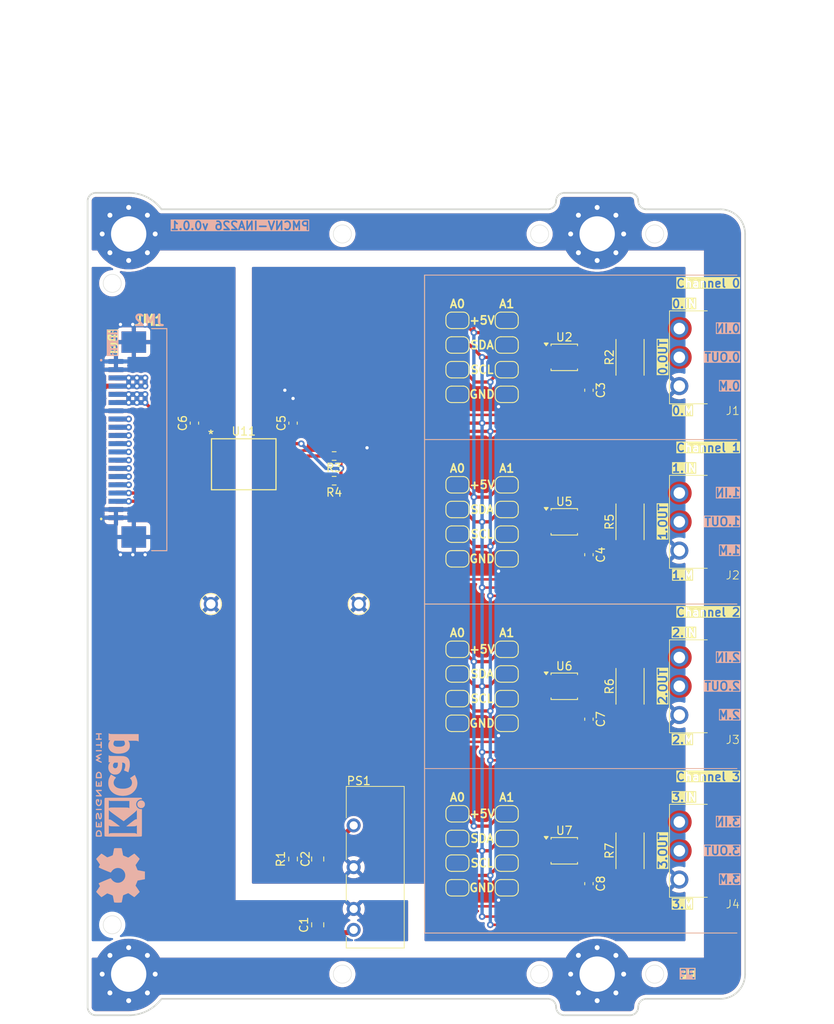
<source format=kicad_pcb>
(kicad_pcb (version 20241229) (generator "pcbnew") (generator_version "9.0")
  (title_block (title "${article} v${version}"))
  (layers (0 "F.Cu" signal) (2 "B.Cu" signal) (13 "F.Paste" user) (15 "B.Paste" user) (5 "F.SilkS" user "F.Silkscreen") (7 "B.SilkS" user "B.Silkscreen") (1 "F.Mask" user) (3 "B.Mask" user) (25 "Edge.Cuts" user))
  (property "article" "PMCNV-INA226")
  (property "version" "0.0.1")
  (net 0 "")
  (net 1 "/CS2_IB")
  (net 2 "/MOSI_IB")
  (net 3 "GND_IB")
  (net 4 "/SDA_IB")
  (net 5 "Net-(JM1-Pin_5)")
  (net 6 "+3.3V_IB")
  (net 7 "/MISO_IB")
  (net 8 "+5V_IB")
  (net 9 "/RST_IB")
  (net 10 "/SCL_IB")
  (net 11 "/CS3_IB")
  (net 12 "/SCK_IB")
  (net 13 "/CS1_IB")
  (net 14 "/CS0_IB")
  (net 16 "GND_CNV")
  (net 17 "+5V_CNV")
  (net 18 "/SCL_CNV")
  (net 19 "Net-(J1-Pin_2)")
  (net 20 "Net-(J1-Pin_3)")
  (net 21 "/SDA_CNV")
  (net 22 "PE")
  (net 23 "Net-(J2-Pin_2)")
  (net 24 "Net-(J2-Pin_3)")
  (net 26 "/CH0_A0")
  (net 27 "/CH0_A1")
  (net 28 "Net-(J3-Pin_3)")
  (net 29 "Net-(J3-Pin_2)")
  (net 30 "/CH1_A0")
  (net 31 "/CH1_A1")
  (net 32 "/CH2_A0")
  (net 33 "/CH2_A1")
  (net 35 "Net-(J4-Pin_2)")
  (net 36 "Net-(J4-Pin_3)")
  (net 37 "/CH3_A0")
  (net 38 "/CH3_A1")
  (footprint "kicad_inventree_lib:PM-ESP32C3_v0.0.5" (layer "F.Cu") (at 25 100)
    (property "Reference" "U1" (hide yes))
    (property "Value" "~" (hide yes))
    (fp_circle (center 3 -39) (end 4.1 -39) (stroke (width 0.05)) (fill no) (layer "Edge.Cuts"))
    (fp_circle (center 3 39) (end 4.1 39) (stroke (width 0.05)) (fill no) (layer "Edge.Cuts"))
    (fp_circle (center 31 -45) (end 32.1 -45) (stroke (width 0.05)) (fill no) (layer "Edge.Cuts"))
    (fp_circle (center 31 45) (end 32.1 45) (stroke (width 0.05)) (fill no) (layer "Edge.Cuts"))
  )
  (footprint "Capacitor_SMD:C_0603_1608Metric" (layer "F.Cu") (at 86 134 -90)
    (property "Reference" "C8")
    (property "Value" "100nF")
  )
  (footprint "kicad_inventree_lib:5117" (layer "F.Cu") (at 58 100)
    (property "Reference" "U4" (hide yes))
    (property "Value" "5117" (hide yes))
  )
  (footprint "Package_SO:VSSOP-10_3x3mm_P0.5mm" (layer "F.Cu") (at 83 130)
    (property "Reference" "U7")
    (property "Value" "INA226")
  )
  (footprint "Capacitor_SMD:C_0603_1608Metric" (layer "F.Cu") (at 86 114 -90)
    (property "Reference" "C7")
    (property "Value" "100nF")
  )
  (footprint "kicad_inventree_lib:SolderJumper-2_P1.3mm_Open_RoundedPad1.0x1.5mm" (layer "F.Cu") (at 76 105.5)
    (property "Reference" "JP21" (hide yes))
    (property "Value" "SolderJumper_2_Open")
  )
  (footprint "Resistor_SMD:R_0603_1608Metric" (layer "F.Cu") (at 55 82 180)
    (property "Reference" "R3")
    (property "Value" "330R")
  )
  (footprint "kicad_inventree_lib:B2405LS-1WR3" (layer "F.Cu") (at 57.375 131.995 90)
    (property "Reference" "PS1")
    (property "Value" "5V/5V")
  )
  (footprint "MountingHole:MountingHole_4.3mm_M4_Pad_Via" (layer "F.Cu") (at 87 55)
    (property "Reference" "H4" (hide yes))
    (property "Value" "M4")
  )
  (footprint "kicad_inventree_lib:15EDGRC-3.5-03P" (layer "F.Cu") (at 97 73.5 90)
    (property "Reference" "J1")
    (property "Value" "15EDGRC-3.5-03P")
  )
  (footprint "kicad_inventree_lib:SolderJumper-2_P1.3mm_Open_RoundedPad1.0x1.5mm" (layer "F.Cu") (at 76 111.5)
    (property "Reference" "JP23" (hide yes))
    (property "Value" "SolderJumper_2_Open")
  )
  (footprint "kicad_inventree_lib:SolderJumper-2_P1.3mm_Open_RoundedPad1.0x1.5mm" (layer "F.Cu") (at 76 131.5)
    (property "Reference" "JP31" (hide yes))
    (property "Value" "SolderJumper_2_Open")
  )
  (footprint "kicad_inventree_lib:SolderJumper-2_P1.3mm_Open_RoundedPad1.0x1.5mm" (layer "F.Cu") (at 70 105.5 180)
    (property "Reference" "JP17" (hide yes))
    (property "Value" "SolderJumper_2_Open")
  )
  (footprint "Package_SO:VSSOP-10_3x3mm_P0.5mm" (layer "F.Cu") (at 83 90)
    (property "Reference" "U5")
    (property "Value" "INA226")
  )
  (footprint "kicad_inventree_lib:SolderJumper-2_P1.3mm_Open_RoundedPad1.0x1.5mm" (layer "F.Cu") (at 76 114.5)
    (property "Reference" "JP24" (hide yes))
    (property "Value" "SolderJumper_2_Open")
  )
  (footprint "kicad_inventree_lib:15EDGRC-3.5-03P" (layer "F.Cu") (at 97 133.5 90)
    (property "Reference" "J4")
    (property "Value" "15EDGRC-3.5-03P")
  )
  (footprint "kicad_inventree_lib:SolderJumper-2_P1.3mm_Open_RoundedPad1.0x1.5mm" (layer "F.Cu") (at 70 114.5 180)
    (property "Reference" "JP20" (hide yes))
    (property "Value" "SolderJumper_2_Open")
  )
  (footprint "kicad_inventree_lib:SolderJumper-2_P1.3mm_Open_RoundedPad1.0x1.5mm" (layer "F.Cu") (at 70 125.5 180)
    (property "Reference" "JP25" (hide yes))
    (property "Value" "SolderJumper_2_Open")
  )
  (footprint "Resistor_SMD:R_2512_6332Metric" (layer "F.Cu") (at 91 130 -90)
    (property "Reference" "R7")
    (property "Value" "0R01")
  )
  (footprint "kicad_inventree_lib:PM_LED-xx-v0.0.1" (layer "F.Cu") (at 90 100)
    (property "Reference" "SP1" (hide yes))
    (property "Value" "~")
    (fp_circle (center -10 -45) (end -8.9 -45) (stroke (width 0.05)) (fill no) (layer "Edge.Cuts"))
    (fp_circle (center -10 45) (end -8.9 45) (stroke (width 0.05)) (fill no) (layer "Edge.Cuts"))
    (fp_circle (center 4 -45) (end 5.1 -45) (stroke (width 0.05)) (fill no) (layer "Edge.Cuts"))
    (fp_circle (center 4 45) (end 5.1 45) (stroke (width 0.05)) (fill no) (layer "Edge.Cuts"))
  )
  (footprint "kicad_inventree_lib:SolderJumper-2_P1.3mm_Open_RoundedPad1.0x1.5mm" (layer "F.Cu") (at 76 65.5)
    (property "Reference" "JP5" (hide yes))
    (property "Value" "SolderJumper_2_Open")
  )
  (footprint "kicad_inventree_lib:15EDGRC-3.5-03P" (layer "F.Cu") (at 97 93.5 90)
    (property "Reference" "J2")
    (property "Value" "15EDGRC-3.5-03P")
  )
  (footprint "Package_SO:VSSOP-10_3x3mm_P0.5mm" (layer "F.Cu") (at 83 70)
    (property "Reference" "U2")
    (property "Value" "INA226")
  )
  (footprint "kicad_inventree_lib:SolderJumper-2_P1.3mm_Open_RoundedPad1.0x1.5mm" (layer "F.Cu") (at 70 68.5 180)
    (property "Reference" "JP2" (hide yes))
    (property "Value" "SolderJumper_2_Open")
  )
  (footprint "Capacitor_SMD:C_0805_2012Metric" (layer "F.Cu") (at 53 139 90)
    (property "Reference" "C1")
    (property "Value" "4.7uF")
  )
  (footprint "kicad_inventree_lib:SolderJumper-2_P1.3mm_Open_RoundedPad1.0x1.5mm" (layer "F.Cu") (at 76 91.5)
    (property "Reference" "JP15" (hide yes))
    (property "Value" "SolderJumper_2_Open")
  )
  (footprint "MountingHole:MountingHole_4.3mm_M4_Pad_Via" (layer "F.Cu") (at 87 145)
    (property "Reference" "H2" (hide yes))
    (property "Value" "M4")
  )
  (footprint "kicad_inventree_lib:SolderJumper-2_P1.3mm_Open_RoundedPad1.0x1.5mm" (layer "F.Cu") (at 76 94.5)
    (property "Reference" "JP16" (hide yes))
    (property "Value" "SolderJumper_2_Open")
  )
  (footprint "Capacitor_SMD:C_0603_1608Metric" (layer "F.Cu") (at 38 78 90)
    (property "Reference" "C6")
    (property "Value" "100nF")
  )
  (footprint "kicad_inventree_lib:SolderJumper-2_P1.3mm_Open_RoundedPad1.0x1.5mm" (layer "F.Cu") (at 76 128.5)
    (property "Reference" "JP30" (hide yes))
    (property "Value" "SolderJumper_2_Open")
  )
  (footprint "Resistor_SMD:R_2512_6332Metric" (layer "F.Cu") (at 91 90 -90)
    (property "Reference" "R5")
    (property "Value" "0R01")
  )
  (footprint "Capacitor_SMD:C_0603_1608Metric" (layer "F.Cu") (at 86 94 -90)
    (property "Reference" "C4")
    (property "Value" "100nF")
  )
  (footprint "Package_SO:VSSOP-10_3x3mm_P0.5mm" (layer "F.Cu") (at 83 110)
    (property "Reference" "U6")
    (property "Value" "INA226")
  )
  (footprint "kicad_inventree_lib:SolderJumper-2_P1.3mm_Open_RoundedPad1.0x1.5mm" (layer "F.Cu") (at 70 94.5 180)
    (property "Reference" "JP12" (hide yes))
    (property "Value" "SolderJumper_2_Open")
  )
  (footprint "kicad_inventree_lib:SolderJumper-2_P1.3mm_Open_RoundedPad1.0x1.5mm" (layer "F.Cu") (at 70 108.5 180)
    (property "Reference" "JP18" (hide yes))
    (property "Value" "SolderJumper_2_Open")
  )
  (footprint "kicad_inventree_lib:SolderJumper-2_P1.3mm_Open_RoundedPad1.0x1.5mm" (layer "F.Cu") (at 70 128.5 180)
    (property "Reference" "JP26" (hide yes))
    (property "Value" "SolderJumper_2_Open")
  )
  (footprint "Resistor_SMD:R_2512_6332Metric" (layer "F.Cu") (at 91 70 -90)
    (property "Reference" "R2")
    (property "Value" "0R01")
  )
  (footprint "kicad_inventree_lib:SolderJumper-2_P1.3mm_Open_RoundedPad1.0x1.5mm" (layer "F.Cu") (at 70 91.5 180)
    (property "Reference" "JP11" (hide yes))
    (property "Value" "SolderJumper_2_Open")
  )
  (footprint "kicad_inventree_lib:SolderJumper-2_P1.3mm_Open_RoundedPad1.0x1.5mm" (layer "F.Cu") (at 70 88.5 180)
    (property "Reference" "JP10" (hide yes))
    (property "Value" "SolderJumper_2_Open")
  )
  (footprint "kicad_inventree_lib:SolderJumper-2_P1.3mm_Open_RoundedPad1.0x1.5mm" (layer "F.Cu") (at 76 68.5)
    (property "Reference" "JP6" (hide yes))
    (property "Value" "SolderJumper_2_Open")
  )
  (footprint "Resistor_SMD:R_0603_1608Metric" (layer "F.Cu") (at 50 131 -90)
    (property "Reference" "R1")
    (property "Value" "220R")
  )
  (footprint "MountingHole:MountingHole_4.3mm_M4_Pad_Via" (layer "F.Cu") (at 30 145)
    (property "Reference" "H1" (hide yes))
    (property "Value" "M4")
  )
  (footprint "kicad_inventree_lib:5117" (layer "F.Cu") (at 40 100)
    (property "Reference" "U3" (hide yes))
    (property "Value" "5117" (hide yes))
  )
  (footprint "Resistor_SMD:R_2512_6332Metric" (layer "F.Cu") (at 91 110 -90)
    (property "Reference" "R6")
    (property "Value" "0R01")
  )
  (footprint "Resistor_SMD:R_0603_1608Metric" (layer "F.Cu") (at 55 85 180)
    (property "Reference" "R4")
    (property "Value" "330R")
  )
  (footprint "kicad_inventree_lib:SOICW8_CLG" (layer "F.Cu") (at 44 83)
    (property "Reference" "U11")
    (property "Value" "CA-IS3021G")
  )
  (footprint "kicad_inventree_lib:SolderJumper-2_P1.3mm_Open_RoundedPad1.0x1.5mm" (layer "F.Cu") (at 76 71.5)
    (property "Reference" "JP7" (hide yes))
    (property "Value" "SolderJumper_2_Open")
  )
  (footprint "kicad_inventree_lib:15EDGRC-3.5-03P" (layer "F.Cu") (at 97 113.5 90)
    (property "Reference" "J3")
    (property "Value" "15EDGRC-3.5-03P")
  )
  (footprint "kicad_inventree_lib:SolderJumper-2_P1.3mm_Open_RoundedPad1.0x1.5mm" (layer "F.Cu") (at 70 134.5 180)
    (property "Reference" "JP28" (hide yes))
    (property "Value" "SolderJumper_2_Open")
  )
  (footprint "kicad_inventree_lib:SolderJumper-2_P1.3mm_Open_RoundedPad1.0x1.5mm" (layer "F.Cu") (at 70 85.5 180)
    (property "Reference" "JP9" (hide yes))
    (property "Value" "SolderJumper_2_Open")
  )
  (footprint "Capacitor_SMD:C_0805_2012Metric" (layer "F.Cu") (at 53 131 -90)
    (property "Reference" "C2")
    (property "Value" "10uF")
  )
  (footprint "kicad_inventree_lib:SolderJumper-2_P1.3mm_Open_RoundedPad1.0x1.5mm" (layer "F.Cu") (at 76 125.5)
    (property "Reference" "JP29" (hide yes))
    (property "Value" "SolderJumper_2_Open")
  )
  (footprint "Capacitor_SMD:C_0603_1608Metric" (layer "F.Cu") (at 86 74 -90)
    (property "Reference" "C3")
    (property "Value" "100nF")
  )
  (footprint "kicad_inventree_lib:SolderJumper-2_P1.3mm_Open_RoundedPad1.0x1.5mm" (layer "F.Cu") (at 70 111.5 180)
    (property "Reference" "JP19" (hide yes))
    (property "Value" "SolderJumper_2_Open")
  )
  (footprint "MountingHole:MountingHole_4.3mm_M4_Pad_Via" (layer "F.Cu") (at 30 55)
    (property "Reference" "H3" (hide yes))
    (property "Value" "M4")
  )
  (footprint "kicad_inventree_lib:SolderJumper-2_P1.3mm_Open_RoundedPad1.0x1.5mm" (layer "F.Cu") (at 70 65.5 180)
    (property "Reference" "JP1" (hide yes))
    (property "Value" "SolderJumper_2_Open")
  )
  (footprint "kicad_inventree_lib:AFA07S20FCA00" (layer "F.Cu") (at 32 80 90)
    (property "Reference" "JM1")
    (property "Value" "AFA07-S20FCC-00" (hide yes))
  )
  (footprint "kicad_inventree_lib:SolderJumper-2_P1.3mm_Open_RoundedPad1.0x1.5mm" (layer "F.Cu") (at 76 74.5)
    (property "Reference" "JP8" (hide yes))
    (property "Value" "SolderJumper_2_Open")
  )
  (footprint "kicad_inventree_lib:SolderJumper-2_P1.3mm_Open_RoundedPad1.0x1.5mm" (layer "F.Cu") (at 76 88.5)
    (property "Reference" "JP14" (hide yes))
    (property "Value" "SolderJumper_2_Open")
  )
  (footprint "kicad_inventree_lib:SolderJumper-2_P1.3mm_Open_RoundedPad1.0x1.5mm" (layer "F.Cu") (at 70 74.5 180)
    (property "Reference" "JP4" (hide yes))
    (property "Value" "SolderJumper_2_Open")
  )
  (footprint "Capacitor_SMD:C_0603_1608Metric" (layer "F.Cu") (at 50 78 90)
    (property "Reference" "C5")
    (property "Value" "100nF")
  )
  (footprint "kicad_inventree_lib:SolderJumper-2_P1.3mm_Open_RoundedPad1.0x1.5mm" (layer "F.Cu") (at 70 71.5 180)
    (property "Reference" "JP3" (hide yes))
    (property "Value" "SolderJumper_2_Open")
  )
  (footprint "kicad_inventree_lib:SolderJumper-2_P1.3mm_Open_RoundedPad1.0x1.5mm" (layer "F.Cu") (at 76 108.5)
    (property "Reference" "JP22" (hide yes))
    (property "Value" "SolderJumper_2_Open")
  )
  (footprint "kicad_inventree_lib:SolderJumper-2_P1.3mm_Open_RoundedPad1.0x1.5mm" (layer "F.Cu") (at 70 131.5 180)
    (property "Reference" "JP27" (hide yes))
    (property "Value" "SolderJumper_2_Open")
  )
  (footprint "kicad_inventree_lib:SolderJumper-2_P1.3mm_Open_RoundedPad1.0x1.5mm" (layer "F.Cu") (at 76 85.5)
    (property "Reference" "JP13" (hide yes))
    (property "Value" "SolderJumper_2_Open")
  )
  (footprint "kicad_inventree_lib:SolderJumper-2_P1.3mm_Open_RoundedPad1.0x1.5mm" (layer "F.Cu") (at 76 134.5)
    (property "Reference" "JP32" (hide yes))
    (property "Value" "SolderJumper_2_Open")
  )
  (footprint "Symbol:KiCad-Logo2_5mm_SilkScreen" (layer "B.Cu") (at 29 122 90)
    (property "Reference" "kicad_logo" (hide yes))
    (property "Value" "KiCad-Logo2_5mm_SilkScreen" (hide yes))
  )
  (footprint "kicad_inventree_lib:AFA07S20FCA00" (layer "B.Cu") (at 32 80 -90)
    (property "Reference" "JM2")
    (property "Value" "AFA07-S20FCC-00" (hide yes))
  )
  (footprint "Symbol:OSHW-Symbol_6.7x6mm_SilkScreen" (layer "B.Cu") (at 29 133 90)
    (property "Reference" "oshw_logo" (hide yes))
    (property "Value" "OSHW-Symbol_6.7x6mm_SilkScreen" (hide yes))
  )
  (gr_line (start 66 140) (end 104 140) (stroke (width 0.1)) (layer "F.SilkS"))
  (gr_line (start 66 100) (end 104 100) (stroke (width 0.1)) (layer "F.SilkS"))
  (gr_line (start 104 60) (end 66 60) (stroke (width 0.1)) (layer "F.SilkS"))
  (gr_line (start 66 60) (end 66 140) (stroke (width 0.1)) (layer "F.SilkS"))
  (gr_line (start 66 80) (end 104 80) (stroke (width 0.1)) (layer "F.SilkS"))
  (gr_line (start 66 120) (end 104 120) (stroke (width 0.1)) (layer "F.SilkS"))
  (gr_line (start 66 80) (end 104 80) (stroke (width 0.1)) (layer "B.SilkS"))
  (gr_line (start 66 60) (end 104 60) (stroke (width 0.1)) (layer "B.SilkS"))
  (gr_line (start 104 140) (end 66 140) (stroke (width 0.1)) (layer "B.SilkS"))
  (gr_line (start 66 140) (end 66 60) (stroke (width 0.1)) (layer "B.SilkS"))
  (gr_line (start 66 100) (end 104 100) (stroke (width 0.1)) (layer "B.SilkS"))
  (gr_line (start 66 120) (end 104 120) (stroke (width 0.1)) (layer "B.SilkS"))
  (gr_arc (start 34 148) (mid 32.236068 149.472136) (end 30 150) (stroke (width 0.2)) (layer "Edge.Cuts"))
  (gr_arc (start 92 149) (mid 91.707107 149.707107) (end 91 150) (stroke (width 0.2)) (layer "Edge.Cuts"))
  (gr_line (start 26 150) (end 30 150) (stroke (width 0.2)) (layer "Edge.Cuts"))
  (gr_line (start 91 50) (end 83 50) (stroke (width 0.2)) (layer "Edge.Cuts"))
  (gr_line (start 26 50) (end 30 50) (stroke (width 0.2)) (layer "Edge.Cuts"))
  (gr_line (start 34 52) (end 81 52) (stroke (width 0.2)) (layer "Edge.Cuts"))
  (gr_arc (start 82 51) (mid 81.707107 51.707107) (end 81 52) (stroke (width 0.2)) (layer "Edge.Cuts"))
  (gr_line (start 81 148) (end 34 148) (stroke (width 0.2)) (layer "Edge.Cuts"))
  (gr_arc (start 91 50) (mid 91.707107 50.292893) (end 92 51) (stroke (width 0.2)) (layer "Edge.Cuts"))
  (gr_arc (start 30 50) (mid 32.236068 50.527864) (end 34 52) (stroke (width 0.2)) (layer "Edge.Cuts"))
  (gr_line (start 93 52) (end 102 52) (stroke (width 0.2)) (layer "Edge.Cuts"))
  (gr_line (start 93 148) (end 102 148) (stroke (width 0.2)) (layer "Edge.Cuts"))
  (gr_arc (start 25 51) (mid 25.292893 50.292893) (end 26 50) (stroke (width 0.2)) (layer "Edge.Cuts"))
  (gr_arc (start 102 52) (mid 104.12132 52.87868) (end 105 55) (stroke (width 0.2)) (layer "Edge.Cuts"))
  (gr_line (start 105 55) (end 105 145) (stroke (width 0.2)) (layer "Edge.Cuts"))
  (gr_arc (start 105 145) (mid 104.12132 147.12132) (end 102 148) (stroke (width 0.2)) (layer "Edge.Cuts"))
  (gr_arc (start 26 150) (mid 25.292893 149.707107) (end 25 149) (stroke (width 0.2)) (layer "Edge.Cuts"))
  (gr_line (start 83 150) (end 91 150) (stroke (width 0.2)) (layer "Edge.Cuts"))
  (gr_line (start 25 149) (end 25 51) (stroke (width 0.2)) (layer "Edge.Cuts"))
  (gr_arc (start 81 148) (mid 81.707107 148.292893) (end 82 149) (stroke (width 0.2)) (layer "Edge.Cuts"))
  (gr_arc (start 82 51) (mid 82.292893 50.292893) (end 83 50) (stroke (width 0.2)) (layer "Edge.Cuts"))
  (gr_arc (start 93 52) (mid 92.292893 51.707107) (end 92 51) (stroke (width 0.2)) (layer "Edge.Cuts"))
  (gr_arc (start 83 150) (mid 82.292893 149.707107) (end 82 149) (stroke (width 0.2)) (layer "Edge.Cuts"))
  (gr_arc (start 92 149) (mid 92.292893 148.292893) (end 93 148) (stroke (width 0.2)) (layer "Edge.Cuts"))
  (gr_text "SDA" (at 73 108.5 0) (layer "F.SilkS") (effects (font (size 1 1) (thickness 0.2) (bold yes))))
  (gr_text "GND" (at 73 114.5 0) (layer "F.SilkS") (effects (font (size 1 1) (thickness 0.2) (bold yes))))
  (gr_text "2.M" (at 96 116.5 0) (layer "F.SilkS" knockout) (effects (font (size 1 1) (thickness 0.2) (bold yes)) (justify left)))
  (gr_text "SCL" (at 73 71.5 0) (layer "F.SilkS") (effects (font (size 1 1) (thickness 0.2) (bold yes))))
  (gr_text "2.OUT" (at 95 110 90) (layer "F.SilkS" knockout) (effects (font (size 1 1) (thickness 0.2) (bold yes))))
  (gr_text "IBus" (at 27.5 66.5 90) (layer "F.SilkS" knockout) (effects (font (size 1 1) (thickness 0.2) (bold yes)) (justify right top)))
  (gr_text "2.IN" (at 96 103.5 0) (layer "F.SilkS" knockout) (effects (font (size 1 1) (thickness 0.2) (bold yes)) (justify left)))
  (gr_text "GND" (at 73 94.5 0) (layer "F.SilkS") (effects (font (size 1 1) (thickness 0.2) (bold yes))))
  (gr_text "Channel 2" (at 104.5 101 0) (layer "F.SilkS" knockout) (effects (font (size 1 1) (thickness 0.2) (bold yes)) (justify right)))
  (gr_text "A0" (at 70 63.5 0) (layer "F.SilkS") (effects (font (size 1 1) (thickness 0.2) (bold yes))))
  (gr_text "Channel 1" (at 104.5 81 0) (layer "F.SilkS" knockout) (effects (font (size 1 1) (thickness 0.2) (bold yes)) (justify right)))
  (gr_text "A1" (at 76 83.5 0) (layer "F.SilkS") (effects (font (size 1 1) (thickness 0.2) (bold yes))))
  (gr_text "+5V" (at 73 105.5 0) (layer "F.SilkS") (effects (font (size 1 1) (thickness 0.2) (bold yes))))
  (gr_text "0.M" (at 96 76.5 0) (layer "F.SilkS" knockout) (effects (font (size 1 1) (thickness 0.2) (bold yes)) (justify left)))
  (gr_text "3.IN" (at 96 123.5 0) (layer "F.SilkS" knockout) (effects (font (size 1 1) (thickness 0.2) (bold yes)) (justify left)))
  (gr_text "1.IN" (at 96 83.5 0) (layer "F.SilkS" knockout) (effects (font (size 1 1) (thickness 0.2) (bold yes)) (justify left)))
  (gr_text "GND" (at 73 74.5 0) (layer "F.SilkS") (effects (font (size 1 1) (thickness 0.2) (bold yes))))
  (gr_text "SDA" (at 73 128.5 0) (layer "F.SilkS") (effects (font (size 1 1) (thickness 0.2) (bold yes))))
  (gr_text "A0" (at 70 123.5 0) (layer "F.SilkS") (effects (font (size 1 1) (thickness 0.2) (bold yes))))
  (gr_text "SCL" (at 73 131.5 0) (layer "F.SilkS") (effects (font (size 1 1) (thickness 0.2) (bold yes))))
  (gr_text "A1" (at 76 63.5 0) (layer "F.SilkS") (effects (font (size 1 1) (thickness 0.2) (bold yes))))
  (gr_text "0.OUT" (at 95 70 90) (layer "F.SilkS" knockout) (effects (font (size 1 1) (thickness 0.2) (bold yes))))
  (gr_text "PE" (at 98 145 0) (layer "F.SilkS" knockout) (effects (font (size 1 1) (thickness 0.2) (bold yes))))
  (gr_text "A1" (at 76 123.5 0) (layer "F.SilkS") (effects (font (size 1 1) (thickness 0.2) (bold yes))))
  (gr_text "A0" (at 70 103.5 0) (layer "F.SilkS") (effects (font (size 1 1) (thickness 0.2) (bold yes))))
  (gr_text "3.OUT" (at 95 130 90) (layer "F.SilkS" knockout) (effects (font (size 1 1) (thickness 0.2) (bold yes))))
  (gr_text "A0" (at 70 83.5 0) (layer "F.SilkS") (effects (font (size 1 1) (thickness 0.2) (bold yes))))
  (gr_text "0.IN" (at 96 63.5 0) (layer "F.SilkS" knockout) (effects (font (size 1 1) (thickness 0.2) (bold yes)) (justify left)))
  (gr_text "SCL" (at 73 91.5 0) (layer "F.SilkS") (effects (font (size 1 1) (thickness 0.2) (bold yes))))
  (gr_text "1.M" (at 96 96.5 0) (layer "F.SilkS" knockout) (effects (font (size 1 1) (thickness 0.2) (bold yes)) (justify left)))
  (gr_text "Channel 0" (at 104.5 61 0) (layer "F.SilkS" knockout) (effects (font (size 1 1) (thickness 0.2) (bold yes)) (justify right)))
  (gr_text "Channel 3" (at 104.5 121 0) (layer "F.SilkS" knockout) (effects (font (size 1 1) (thickness 0.2) (bold yes)) (justify right)))
  (gr_text "SDA" (at 73 88.5 0) (layer "F.SilkS") (effects (font (size 1 1) (thickness 0.2) (bold yes))))
  (gr_text "SDA" (at 73 68.5 0) (layer "F.SilkS") (effects (font (size 1 1) (thickness 0.2) (bold yes))))
  (gr_text "+5V" (at 73 65.5 0) (layer "F.SilkS") (effects (font (size 1 1) (thickness 0.2) (bold yes))))
  (gr_text "+5V" (at 73 85.5 0) (layer "F.SilkS") (effects (font (size 1 1) (thickness 0.2) (bold yes))))
  (gr_text "1.OUT" (at 95 90 90) (layer "F.SilkS" knockout) (effects (font (size 1 1) (thickness 0.2) (bold yes))))
  (gr_text "A1" (at 76 103.5 0) (layer "F.SilkS") (effects (font (size 1 1) (thickness 0.2) (bold yes))))
  (gr_text "GND" (at 73 134.5 0) (layer "F.SilkS") (effects (font (size 1 1) (thickness 0.2) (bold yes))))
  (gr_text "3.M" (at 96 136.5 0) (layer "F.SilkS" knockout) (effects (font (size 1 1) (thickness 0.2) (bold yes)) (justify left)))
  (gr_text "SCL" (at 73 111.5 0) (layer "F.SilkS") (effects (font (size 1 1) (thickness 0.2) (bold yes))))
  (gr_text "+5V" (at 73 125.5 0) (layer "F.SilkS") (effects (font (size 1 1) (thickness 0.2) (bold yes))))
  (gr_text "IBus" (at 27.5 66.5 90) (layer "B.SilkS" knockout) (effects (font (size 1 1) (thickness 0.2) (bold yes)) (justify left top mirror)))
  (gr_text "0.IN" (at 104.5 66.5 0) (layer "B.SilkS" knockout) (effects (font (size 1 1) (thickness 0.2) (bold yes)) (justify left mirror)))
  (gr_text "1.M" (at 104.5 93.5 0) (layer "B.SilkS" knockout) (effects (font (size 1 1) (thickness 0.2) (bold yes)) (justify left mirror)))
  (gr_text "0.OUT" (at 104.5 70 0) (layer "B.SilkS" knockout) (effects (font (size 1 1) (thickness 0.2) (bold yes)) (justify left mirror)))
  (gr_text "3.OUT" (at 104.5 130 0) (layer "B.SilkS" knockout) (effects (font (size 1 1) (thickness 0.2) (bold yes)) (justify left mirror)))
  (gr_text "0.M" (at 104.5 73.5 0) (layer "B.SilkS" knockout) (effects (font (size 1 1) (thickness 0.2) (bold yes)) (justify left mirror)))
  (gr_text "2.M" (at 104.5 113.5 0) (layer "B.SilkS" knockout) (effects (font (size 1 1) (thickness 0.2) (bold yes)) (justify left mirror)))
  (gr_text "2.OUT" (at 104.5 110 0) (layer "B.SilkS" knockout) (effects (font (size 1 1) (thickness 0.2) (bold yes)) (justify left mirror)))
  (gr_text "1.OUT" (at 104.5 90 0) (layer "B.SilkS" knockout) (effects (font (size 1 1) (thickness 0.2) (bold yes)) (justify left mirror)))
  (gr_text "3.IN" (at 104.5 126.5 0) (layer "B.SilkS" knockout) (effects (font (size 1 1) (thickness 0.2) (bold yes)) (justify left mirror)))
  (gr_text "${article} v${version}" (at 35 54 0) (layer "B.SilkS" knockout) (effects (font (size 1 1) (thickness 0.2) (bold yes)) (justify right mirror)))
  (gr_text "1.IN" (at 104.5 86.5 0) (layer "B.SilkS" knockout) (effects (font (size 1 1) (thickness 0.2) (bold yes)) (justify left mirror)))
  (gr_text "PE" (at 98 145 -0) (layer "B.SilkS" knockout) (effects (font (size 1 1) (thickness 0.2) (bold yes)) (justify mirror)))
  (gr_text "3.M" (at 104.5 133.5 0) (layer "B.SilkS" knockout) (effects (font (size 1 1) (thickness 0.2) (bold yes)) (justify left mirror)))
  (gr_text "2.IN" (at 104.5 106.5 0) (layer "B.SilkS" knockout) (effects (font (size 1 1) (thickness 0.2) (bold yes)) (justify left mirror)))
  (segment (start 28.454 82.5) (end 30 82.5) (width 0.6) (layer "F.Cu") (net 1))
  (via (at 30 82.5) (size 0.8) (drill 0.4) (layers "F.Cu" "B.Cu") (net 1))
  (segment (start 30 82.5) (end 28.454 82.5) (width 0.6) (layer "B.Cu") (net 1))
  (segment (start 28.454 77.5) (end 30 77.5) (width 0.6) (layer "F.Cu") (net 2))
  (via (at 30 77.5) (size 0.8) (drill 0.4) (layers "F.Cu" "B.Cu") (net 2))
  (segment (start 30 77.5) (end 28.454 77.5) (width 0.6) (layer "B.Cu") (net 2))
  (via (at 29 94) (size 0.8) (drill 0.4) (layers "F.Cu" "B.Cu") (net 3))
  (via (at 30.5 94) (size 0.8) (drill 0.4) (layers "F.Cu" "B.Cu") (net 3))
  (via (at 29 66) (size 0.8) (drill 0.4) (layers "F.Cu" "B.Cu") (net 3))
  (via (at 30.5 66) (size 0.8) (drill 0.4) (layers "F.Cu" "B.Cu") (net 3))
  (via (at 32 66) (size 0.8) (drill 0.4) (layers "F.Cu" "B.Cu") (net 3))
  (via (at 32 94) (size 0.8) (drill 0.4) (layers "F.Cu" "B.Cu") (net 3))
  (segment (start 30 86.5) (end 33.9087 86.5) (width 0.4) (layer "F.Cu") (net 4))
  (segment (start 38.0437 82.365) (end 38.6152 82.365) (width 0.4) (layer "F.Cu") (net 4))
  (segment (start 28.454 86.5) (end 30 86.5) (width 0.6) (layer "F.Cu") (net 4))
  (segment (start 33.9087 86.5) (end 38.0437 82.365) (width 0.4) (layer "F.Cu") (net 4))
  (via (at 30 86.5) (size 0.8) (drill 0.4) (layers "F.Cu" "B.Cu") (net 4))
  (segment (start 30 86.5) (end 28.454 86.5) (width 0.6) (layer "B.Cu") (net 4))
  (segment (start 28.454 85.5) (end 30 85.5) (width 0.6) (layer "F.Cu") (net 5))
  (via (at 30 85.5) (size 0.8) (drill 0.4) (layers "F.Cu" "B.Cu") (net 5))
  (segment (start 30 85.5) (end 28.454 85.5) (width 0.6) (layer "B.Cu") (net 5))
  (segment (start 38 78.775) (end 35.275 78.775) (width 0.4) (layer "F.Cu") (net 6))
  (segment (start 31 74.5) (end 32 74.5) (width 0.6) (layer "F.Cu") (net 6))
  (segment (start 30 74.5) (end 31 74.5) (width 0.6) (layer "F.Cu") (net 6))
  (segment (start 30 74.5) (end 30 75.5) (width 0.6) (layer "F.Cu") (net 6))
  (segment (start 31 75.5) (end 32 75.5) (width 0.6) (layer "F.Cu") (net 6))
  (segment (start 38.6152 81.095) (end 38.6152 79.3902) (width 0.4) (layer "F.Cu") (net 6))
  (segment (start 31 74.5) (end 31 75.5) (width 0.6) (layer "F.Cu") (net 6))
  (segment (start 35.275 78.775) (end 32 75.5) (width 0.4) (layer "F.Cu") (net 6))
  (segment (start 38.6152 79.3902) (end 38 78.775) (width 0.4) (layer "F.Cu") (net 6))
  (segment (start 30 75.5) (end 31 75.5) (width 0.6) (layer "F.Cu") (net 6))
  (segment (start 28.454 74.5) (end 30 74.5) (width 0.6) (layer "F.Cu") (net 6))
  (segment (start 28.454 75.5) (end 30 75.5) (width 0.6) (layer "F.Cu") (net 6))
  (segment (start 32 74.5) (end 32 75.5) (width 0.6) (layer "F.Cu") (net 6))
  (via (at 32 75.5) (size 0.8) (drill 0.4) (layers "F.Cu" "B.Cu") (net 6))
  (via (at 32 74.5) (size 0.8) (drill 0.4) (layers "F.Cu" "B.Cu") (net 6))
  (via (at 31 74.5) (size 0.8) (drill 0.4) (layers "F.Cu" "B.Cu") (net 6))
  (via (at 31 75.5) (size 0.8) (drill 0.4) (layers "F.Cu" "B.Cu") (net 6))
  (via (at 30 74.5) (size 0.8) (drill 0.4) (layers "F.Cu" "B.Cu") (net 6))
  (via (at 30 75.5) (size 0.8) (drill 0.4) (layers "F.Cu" "B.Cu") (net 6))
  (segment (start 30 74.5) (end 30 75.5) (width 0.6) (layer "B.Cu") (net 6))
  (segment (start 32 75.5) (end 28.454 75.5) (width 0.6) (layer "B.Cu") (net 6))
  (segment (start 31 74.5) (end 31 75.5) (width 0.6) (layer "B.Cu") (net 6))
  (segment (start 32 74.5) (end 28.454 74.5) (width 0.6) (layer "B.Cu") (net 6))
  (segment (start 32 74.5) (end 32 75.5) (width 0.6) (layer "B.Cu") (net 6))
  (segment (start 28.454 78.5) (end 30 78.5) (width 0.6) (layer "F.Cu") (net 7))
  (via (at 30 78.5) (size 0.8) (drill 0.4) (layers "F.Cu" "B.Cu") (net 7))
  (segment (start 30 78.5) (end 28.454 78.5) (width 0.6) (layer "B.Cu") (net 7))
  (segment (start 53 139.95) (end 52.95 140) (width 0.6) (layer "F.Cu") (net 8))
  (segment (start 28.454 73.5) (end 30 73.5) (width 0.6) (layer "F.Cu") (net 8))
  (segment (start 27.252 73.5) (end 28.454 73.5) (width 0.6) (layer "F.Cu") (net 8))
  (segment (start 34 140) (end 26 132) (width 0.6) (layer "F.Cu") (net 8))
  (segment (start 26 132) (end 26 74.752) (width 0.6) (layer "F.Cu") (net 8))
  (segment (start 30 73.5) (end 31 73.5) (width 0.6) (layer "F.Cu") (net 8))
  (segment (start 28.454 72.5) (end 30 72.5) (width 0.6) (layer "F.Cu") (net 8))
  (segment (start 57.04 139.95) (end 57.375 139.615) (width 0.6) (layer "F.Cu") (net 8))
  (segment (start 31 72.5) (end 32 72.5) (width 0.6) (layer "F.Cu") (net 8))
  (segment (start 52.95 140) (end 34 140) (width 0.6) (layer "F.Cu") (net 8))
  (segment (start 30 72.5) (end 31 72.5) (width 0.6) (layer "F.Cu") (net 8))
  (segment (start 26 74.752) (end 27.252 73.5) (width 0.6) (layer "F.Cu") (net 8))
  (segment (start 32 73.5) (end 32 72.5) (width 0.6) (layer "F.Cu") (net 8))
  (segment (start 31 72.5) (end 31 73.5) (width 0.6) (layer "F.Cu") (net 8))
  (segment (start 53 139.95) (end 57.04 139.95) (width 0.6) (layer "F.Cu") (net 8))
  (segment (start 30 72.5) (end 30 73.5) (width 0.6) (layer "F.Cu") (net 8))
  (segment (start 31 73.5) (end 32 73.5) (width 0.6) (layer "F.Cu") (net 8))
  (via (at 31 72.5) (size 0.8) (drill 0.4) (layers "F.Cu" "B.Cu") (net 8))
  (via (at 32 73.5) (size 0.8) (drill 0.4) (layers "F.Cu" "B.Cu") (net 8))
  (via (at 32 72.5) (size 0.8) (drill 0.4) (layers "F.Cu" "B.Cu") (net 8))
  (via (at 30 72.5) (size 0.8) (drill 0.4) (layers "F.Cu" "B.Cu") (net 8))
  (via (at 30 73.5) (size 0.8) (drill 0.4) (layers "F.Cu" "B.Cu") (net 8))
  (via (at 31 73.5) (size 0.8) (drill 0.4) (layers "F.Cu" "B.Cu") (net 8))
  (segment (start 32 72.5) (end 31 72.5) (width 0.6) (layer "B.Cu") (net 8))
  (segment (start 30 72.5) (end 28.454 72.5) (width 0.6) (layer "B.Cu") (net 8))
  (segment (start 32 73.5) (end 28.454 73.5) (width 0.6) (layer "B.Cu") (net 8))
  (segment (start 32 72.5) (end 32 73.5) (width 0.6) (layer "B.Cu") (net 8))
  (segment (start 30 72.5) (end 30 73.5) (width 0.6) (layer "B.Cu") (net 8))
  (segment (start 31 72.5) (end 30 72.5) (width 0.6) (layer "B.Cu") (net 8))
  (segment (start 31 72.5) (end 31 73.5) (width 0.6) (layer "B.Cu") (net 8))
  (segment (start 28.454 84.5) (end 30 84.5) (width 0.6) (layer "F.Cu") (net 9))
  (via (at 30 84.5) (size 0.8) (drill 0.4) (layers "F.Cu" "B.Cu") (net 9))
  (segment (start 30 84.5) (end 28.454 84.5) (width 0.6) (layer "B.Cu") (net 9))
  (segment (start 38.6152 83.635) (end 37.865 83.635) (width 0.4) (layer "F.Cu") (net 10))
  (segment (start 37.865 83.635) (end 34 87.5) (width 0.4) (layer "F.Cu") (net 10))
  (segment (start 28.454 87.5) (end 30 87.5) (width 0.6) (layer "F.Cu") (net 10))
  (segment (start 34 87.5) (end 30 87.5) (width 0.4) (layer "F.Cu") (net 10))
  (via (at 30 87.5) (size 0.8) (drill 0.4) (layers "F.Cu" "B.Cu") (net 10))
  (segment (start 30 87.5) (end 28.454 87.5) (width 0.6) (layer "B.Cu") (net 10))
  (segment (start 28.454 83.5) (end 30 83.5) (width 0.6) (layer "F.Cu") (net 11))
  (via (at 30 83.5) (size 0.8) (drill 0.4) (layers "F.Cu" "B.Cu") (net 11))
  (segment (start 30 83.5) (end 28.454 83.5) (width 0.6) (layer "B.Cu") (net 11))
  (segment (start 28.454 79.5) (end 30 79.5) (width 0.6) (layer "F.Cu") (net 12))
  (via (at 30 79.5) (size 0.8) (drill 0.4) (layers "F.Cu" "B.Cu") (net 12))
  (segment (start 30 79.5) (end 28.454 79.5) (width 0.6) (layer "B.Cu") (net 12))
  (segment (start 28.454 81.5) (end 30 81.5) (width 0.6) (layer "F.Cu") (net 13))
  (via (at 30 81.5) (size 0.8) (drill 0.4) (layers "F.Cu" "B.Cu") (net 13))
  (segment (start 30 81.5) (end 28.454 81.5) (width 0.6) (layer "B.Cu") (net 13))
  (segment (start 28.454 80.5) (end 30 80.5) (width 0.6) (layer "F.Cu") (net 14))
  (via (at 30 80.5) (size 0.8) (drill 0.4) (layers "F.Cu" "B.Cu") (net 14))
  (segment (start 30 80.5) (end 28.454 80.5) (width 0.6) (layer "B.Cu") (net 14))
  (segment (start 83.5 70.5) (end 83 70) (width 0.3) (layer "F.Cu") (net 16))
  (segment (start 83.5 90.5) (end 83 90) (width 0.3) (layer "F.Cu") (net 16))
  (segment (start 85.2 70.5) (end 83.5 70.5) (width 0.3) (layer "F.Cu") (net 16))
  (segment (start 83.5 130.5) (end 83 130) (width 0.3) (layer "F.Cu") (net 16))
  (segment (start 85.2 130.5) (end 83.5 130.5) (width 0.3) (layer "F.Cu") (net 16))
  (segment (start 83.5 110.5) (end 83 110) (width 0.3) (layer "F.Cu") (net 16))
  (segment (start 85.2 110.5) (end 83.5 110.5) (width 0.3) (layer "F.Cu") (net 16))
  (segment (start 85.2 90.5) (end 83.5 90.5) (width 0.3) (layer "F.Cu") (net 16))
  (via (at 75 116) (size 0.8) (drill 0.4) (layers "F.Cu" "B.Cu") (net 16))
  (via (at 50 75) (size 0.8) (drill 0.4) (layers "F.Cu" "B.Cu") (net 16))
  (via (at 49 74) (size 0.8) (drill 0.4) (layers "F.Cu" "B.Cu") (net 16))
  (via (at 59 81) (size 0.8) (drill 0.4) (layers "F.Cu" "B.Cu") (net 16))
  (via (at 75 76) (size 0.8) (drill 0.4) (layers "F.Cu" "B.Cu") (net 16))
  (via (at 75 136) (size 0.8) (drill 0.4) (layers "F.Cu" "B.Cu") (net 16))
  (via (at 75 96) (size 0.8) (drill 0.4) (layers "F.Cu" "B.Cu") (net 16))
  (segment (start 50 130.175) (end 49.175 130.175) (width 0.6) (layer "F.Cu") (net 17))
  (segment (start 77.523534 84.394) (end 82.499 89.369466) (width 0.3) (layer "F.Cu") (net 17))
  (segment (start 46 82) (end 46 63) (width 0.6) (layer "F.Cu") (net 17))
  (segment (start 73.85 107) (end 75.35 105.5) (width 0.4) (layer "F.Cu") (net 17))
  (segment (start 46 63) (end 49 60) (width 0.6) (layer "F.Cu") (net 17))
  (segment (start 75.35 125.046538) (end 75.35 125.5) (width 0.3) (layer "F.Cu") (net 17))
  (segment (start 75.35 85.5) (end 75.35 85.046538) (width 0.3) (layer "F.Cu") (net 17))
  (segment (start 50 80.4798) (end 49.3848 81.095) (width 0.6) (layer "F.Cu") (net 17))
  (segment (start 83 131) (end 82 130) (width 0.3) (layer "F.Cu") (net 17))
  (segment (start 55.825 82) (end 55.825 83.5) (width 0.4) (layer "F.Cu") (net 17))
  (segment (start 83 111) (end 85.2 111) (width 0.3) (layer "F.Cu") (net 17))
  (segment (start 85.2 112.425) (end 86 113.225) (width 0.3) (layer "F.Cu") (net 17))
  (segment (start 75.35 85.046538) (end 76.002538 84.394) (width 0.3) (layer "F.Cu") (net 17))
  (segment (start 49.3848 81.095) (end 46.905 81.095) (width 0.6) (layer "F.Cu") (net 17))
  (segment (start 82 108.870466) (end 82 110) (width 0.3) (layer "F.Cu") (net 17))
  (segment (start 78 124) (end 76.396538 124) (width 0.3) (layer "F.Cu") (net 17))
  (segment (start 75.35 65.046538) (end 76.002538 64.394) (width 0.3) (layer "F.Cu") (net 17))
  (segment (start 50 78.775) (end 50 80.4798) (width 0.6) (layer "F.Cu") (net 17))
  (segment (start 72 127) (end 72 126.85) (width 0.4) (layer "F.Cu") (net 17))
  (segment (start 55.825 83.5) (end 55.825 85) (width 0.4) (layer "F.Cu") (net 17))
  (segment (start 82 128) (end 78 124) (width 0.3) (layer "F.Cu") (net 17))
  (segment (start 49.9798 80.5) (end 49.3848 81.095) (width 0.4) (layer "F.Cu") (net 17))
  (segment (start 72 67) (end 72 61) (width 0.4) (layer "F.Cu") (net 17))
  (segment (start 83.29148 71) (end 85.2 71) (width 0.3) (layer "F.Cu") (net 17))
  (segment (start 70.65 105.5) (end 70.65 105.65) (width 0.4) (layer "F.Cu") (net 17))
  (segment (start 70.65 65.5) (end 70.65 65.65) (width 0.3) (layer "F.Cu") (net 17))
  (segment (start 86 133.225) (end 86 131.8) (width 0.3) (layer "F.Cu") (net 17))
  (segment (start 52.875 130.175) (end 53 130.05) (width 0.6) (layer "F.Cu") (net 17))
  (segment (start 86 91.8) (end 85.2 91) (width 0.3) (layer "F.Cu") (net 17))
  (segment (start 82.499 90.20752) (end 83.29148 91) (width 0.3) (layer "F.Cu") (net 17))
  (segment (start 49 60) (end 71 60) (width 0.6) (layer "F.Cu") (net 17))
  (segment (start 70.65 105.65) (end 72 107) (width 0.4) (layer "F.Cu") (net 17))
  (segment (start 85.2 131) (end 83 131) (width 0.3) (layer "F.Cu") (net 17))
  (segment (start 73.85 127) (end 75.35 125.5) (width 0.4) (layer "F.Cu") (net 17))
  (segment (start 46 127) (end 46 82) (width 0.6) (layer "F.Cu") (net 17))
  (segment (start 83.29148 91) (end 85.2 91) (width 0.3) (layer "F.Cu") (net 17))
  (segment (start 72 126.85) (end 70.65 125.5) (width 0.4) (layer "F.Cu") (net 17))
  (segment (start 70.65 85.65) (end 72 87) (width 0.4) (layer "F.Cu") (net 17))
  (segment (start 72 67) (end 73.85 67) (width 0.4) (layer "F.Cu") (net 17))
  (segment (start 76.002538 84.394) (end 77.523534 84.394) (width 0.3) (layer "F.Cu") (net 17))
  (segment (start 72 127) (end 73.85 127) (width 0.4) (layer "F.Cu") (net 17))
  (segment (start 76.002538 104.394) (end 77.523534 104.394) (width 0.3) (layer "F.Cu") (net 17))
  (segment (start 85.2 72.425) (end 86 73.225) (width 0.3) (layer "F.Cu") (net 17))
  (segment (start 70.65 65.65) (end 72 67) (width 0.4) (layer "F.Cu") (net 17))
  (segment (start 82.499 89.369466) (end 82.499 90.20752) (width 0.3) (layer "F.Cu") (net 17))
  (segment (start 86 131.8) (end 85.2 131) (width 0.3) (layer "F.Cu") (net 17))
  (segment (start 72 107) (end 73.85 107) (width 0.4) (layer "F.Cu") (net 17))
  (segment (start 70.65 85.5) (end 70.65 85.65) (width 0.4) (layer "F.Cu") (net 17))
  (segment (start 76.396538 124) (end 75.35 125.046538) (width 0.3) (layer "F.Cu") (net 17))
  (segment (start 72 87) (end 73.85 87) (width 0.4) (layer "F.Cu") (net 17))
  (segment (start 51 80.5) (end 49.9798 80.5) (width 0.4) (layer "F.Cu") (net 17))
  (segment (start 82.499 69.369466) (end 82.499 70.20752) (width 0.3) (layer "F.Cu") (net 17))
  (segment (start 73.85 87) (end 75.35 85.5) (width 0.4) (layer "F.Cu") (net 17))
  (segment (start 76.002538 64.394) (end 77.523534 64.394) (width 0.3) (layer "F.Cu") (net 17))
  (segment (start 85.2 111) (end 85.2 112.425) (width 0.3) (layer "F.Cu") (net 17))
  (segment (start 75.35 65.5) (end 75.35 65.046538) (width 0.3) (layer "F.Cu") (net 17))
  (segment (start 72 61) (end 71 60) (width 0.4) (layer "F.Cu") (net 17))
  (segment (start 82.499 70.20752) (end 83.29148 71) (width 0.3) (layer "F.Cu") (net 17))
  (segment (start 75.35 105.5) (end 75.35 105.046538) (width 0.3) (layer "F.Cu") (net 17))
  (segment (start 82 130) (end 82 128) (width 0.3) (layer "F.Cu") (net 17))
  (segment (start 75.35 105.046538) (end 76.002538 104.394) (width 0.3) (layer "F.Cu") (net 17))
  (segment (start 53 130.05) (end 54.24 130.05) (width 0.6) (layer "F.Cu") (net 17))
  (segment (start 46.905 81.095) (end 46 82) (width 0.6) (layer "F.Cu") (net 17))
  (segment (start 85.2 71) (end 85.2 72.425) (width 0.3) (layer "F.Cu") (net 17))
  (segment (start 77.523534 64.394) (end 82.499 69.369466) (width 0.3) (layer "F.Cu") (net 17))
  (segment (start 49.175 130.175) (end 46 127) (width 0.6) (layer "F.Cu") (net 17))
  (segment (start 77.523534 104.394) (end 82 108.870466) (width 0.3) (layer "F.Cu") (net 17))
  (segment (start 73.85 67) (end 75.35 65.5) (width 0.4) (layer "F.Cu") (net 17))
  (segment (start 50 130.175) (end 52.875 130.175) (width 0.6) (layer "F.Cu") (net 17))
  (segment (start 54.24 130.05) (end 57.375 126.915) (width 0.6) (layer "F.Cu") (net 17))
  (segment (start 82 110) (end 83 111) (width 0.3) (layer "F.Cu") (net 17))
  (segment (start 86 93.225) (end 86 91.8) (width 0.3) (layer "F.Cu") (net 17))
  (via (at 72 87) (size 0.8) (drill 0.4) (layers "F.Cu" "B.Cu") (net 17))
  (via (at 72 67) (size 0.8) (drill 0.4) (layers "F.Cu" "B.Cu") (net 17))
  (via (at 72 127) (size 0.8) (drill 0.4) (layers "F.Cu" "B.Cu") (net 17))
  (via (at 51 80.5) (size 0.8) (drill 0.4) (layers "F.Cu" "B.Cu") (net 17))
  (via (at 72 107) (size 0.8) (drill 0.4) (layers "F.Cu" "B.Cu") (net 17))
  (via (at 55.825 83.5) (size 0.8) (drill 0.4) (layers "F.Cu" "B.Cu") (net 17))
  (segment (start 72 107) (end 72 127) (width 0.4) (layer "B.Cu") (net 17))
  (segment (start 72 67) (end 72 87) (width 0.4) (layer "B.Cu") (net 17))
  (segment (start 55.825 83.5) (end 54 83.5) (width 0.4) (layer "B.Cu") (net 17))
  (segment (start 72 87) (end 72 107) (width 0.4) (layer "B.Cu") (net 17))
  (segment (start 54 83.5) (end 51 80.5) (width 0.4) (layer "B.Cu") (net 17))
  (segment (start 49.3848 83.635) (end 52.81 83.635) (width 0.4) (layer "F.Cu") (net 18))
  (segment (start 72.15 93) (end 70.65 91.5) (width 0.4) (layer "F.Cu") (net 18))
  (segment (start 80.8 71) (end 80.8 75.2) (width 0.3) (layer "F.Cu") (net 18))
  (segment (start 75.35 71.65) (end 75.35 71.5) (width 0.3) (layer "F.Cu") (net 18))
  (segment (start 65 79) (end 74 79) (width 0.4) (layer "F.Cu") (net 18))
  (segment (start 52.81 83.635) (end 54.175 85) (width 0.4) (layer "F.Cu") (net 18))
  (segment (start 74 133) (end 72.15 133) (width 0.4) (layer "F.Cu") (net 18))
  (segment (start 77 79) (end 74 79) (width 0.3) (layer "F.Cu") (net 18))
  (segment (start 80.8 94.2) (end 80.8 91) (width 0.3) (layer "F.Cu") (net 18))
  (segment (start 80.8 136.2) (end 78 139) (width 0.3) (layer "F.Cu") (net 18))
  (segment (start 78 139) (end 74 139) (width 0.3) (layer "F.Cu") (net 18))
  (segment (start 72.15 73) (end 74 73) (width 0.4) (layer "F.Cu") (net 18))
  (segment (start 76 99) (end 80.8 94.2) (width 0.3) (layer "F.Cu") (net 18))
  (segment (start 74 72.85) (end 75.35 71.5) (width 0.4) (layer "F.Cu") (net 18))
  (segment (start 74 113) (end 72.15 113) (width 0.4) (layer "F.Cu") (net 18))
  (segment (start 54.175 85) (end 55.175 86) (width 0.4) (layer "F.Cu") (net 18))
  (segment (start 79 77) (end 77 79) (width 0.3) (layer "F.Cu") (net 18))
  (segment (start 74 113) (end 74 112.85) (width 0.4) (layer "F.Cu") (net 18))
  (segment (start 74 73) (end 74 72.85) (width 0.4) (layer "F.Cu") (net 18))
  (segment (start 74 99) (end 76 99) (width 0.3) (layer "F.Cu") (net 18))
  (segment (start 80.8 131) (end 80.8 136.2) (width 0.3) (layer "F.Cu") (net 18))
  (segment (start 72.15 133) (end 70.65 131.5) (width 0.4) (layer "F.Cu") (net 18))
  (segment (start 55.175 86) (end 58 86) (width 0.4) (layer "F.Cu") (net 18))
  (segment (start 74 93) (end 75.35 91.65) (width 0.4) (layer "F.Cu") (net 18))
  (segment (start 74 133) (end 74 132.85) (width 0.4) (layer "F.Cu") (net 18))
  (segment (start 58 86) (end 65 79) (width 0.4) (layer "F.Cu") (net 18))
  (segment (start 80.8 114.2) (end 76 119) (width 0.3) (layer "F.Cu") (net 18))
  (segment (start 74 112.85) (end 75.35 111.5) (width 0.4) (layer "F.Cu") (net 18))
  (segment (start 72.15 113) (end 70.65 111.5) (width 0.4) (layer "F.Cu") (net 18))
  (segment (start 76 119) (end 74 119) (width 0.3) (layer "F.Cu") (net 18))
  (segment (start 74 93) (end 72.15 93) (width 0.4) (layer "F.Cu") (net 18))
  (segment (start 70.65 71.5) (end 72.15 73) (width 0.4) (layer "F.Cu") (net 18))
  (segment (start 80.8 111) (end 80.8 114.2) (width 0.3) (layer "F.Cu") (net 18))
  (segment (start 74 132.85) (end 75.35 131.5) (width 0.4) (layer "F.Cu") (net 18))
  (segment (start 75.35 91.65) (end 75.35 91.5) (width 0.4) (layer "F.Cu") (net 18))
  (segment (start 80.8 75.2) (end 79 77) (width 0.3) (layer "F.Cu") (net 18))
  (via (at 74 119) (size 0.8) (drill 0.4) (layers "F.Cu" "B.Cu") (net 18))
  (via (at 74 99) (size 0.8) (drill 0.4) (layers "F.Cu" "B.Cu") (net 18))
  (via (at 74 113) (size 0.8) (drill 0.4) (layers "F.Cu" "B.Cu") (net 18))
  (via (at 74 93) (size 0.8) (drill 0.4) (layers "F.Cu" "B.Cu") (net 18))
  (via (at 74 133) (size 0.8) (drill 0.4) (layers "F.Cu" "B.Cu") (net 18))
  (via (at 74 139) (size 0.8) (drill 0.4) (layers "F.Cu" "B.Cu") (net 18))
  (via (at 74 73) (size 0.8) (drill 0.4) (layers "F.Cu" "B.Cu") (net 18))
  (via (at 74 79) (size 0.8) (drill 0.4) (layers "F.Cu" "B.Cu") (net 18))
  (segment (start 74 119) (end 74 133) (width 0.4) (layer "B.Cu") (net 18))
  (segment (start 74 93) (end 74 99) (width 0.4) (layer "B.Cu") (net 18))
  (segment (start 74 133) (end 74 139) (width 0.4) (layer "B.Cu") (net 18))
  (segment (start 74 99) (end 74 113) (width 0.4) (layer "B.Cu") (net 18))
  (segment (start 74 73) (end 74 93) (width 0.4) (layer "B.Cu") (net 18))
  (segment (start 74 113) (end 74 119) (width 0.4) (layer "B.Cu") (net 18))
  (segment (start 93.9625 70) (end 91 72.9625) (width 3) (layer "F.Cu") (net 19))
  (segment (start 88.0375 70) (end 91 72.9625) (width 0.3) (layer "F.Cu") (net 19))
  (segment (start 97 70) (end 93.9625 70) (width 3) (layer "F.Cu") (net 19))
  (segment (start 85.2 70) (end 88.0375 70) (width 0.3) (layer "F.Cu") (net 19))
  (segment (start 85.2 69.5) (end 85.2 70) (width 0.3) (layer "F.Cu") (net 19))
  (segment (start 91.5375 66.5) (end 91 67.0375) (width 3) (layer "F.Cu") (net 20))
  (segment (start 89.0375 69) (end 91 67.0375) (width 0.3) (layer "F.Cu") (net 20))
  (segment (start 97 66.5) (end 91.5375 66.5) (width 3) (layer "F.Cu") (net 20))
  (segment (start 85.2 69) (end 89.0375 69) (width 0.3) (layer "F.Cu") (net 20))
  (segment (start 79.5 70.5) (end 79 71) (width 0.3) (layer "F.Cu") (net 21))
  (segment (start 76.70852 78) (end 73 78) (width 0.3) (layer "F.Cu") (net 21))
  (segment (start 73 98) (end 76 98) (width 0.3) (layer "F.Cu") (net 21))
  (segment (start 79.5 130.5) (end 79 131) (width 0.3) (layer "F.Cu") (net 21))
  (segment (start 79 131) (end 79 136) (width 0.3) (layer "F.Cu") (net 21))
  (segment (start 79 91) (end 79.5 90.5) (width 0.3) (layer "F.Cu") (net 21))
  (segment (start 73 110) (end 72.15 110) (width 0.4) (layer "F.Cu") (net 21))
  (segment (start 72.15 110) (end 70.65 108.5) (width 0.4) (layer "F.Cu") (net 21))
  (segment (start 80.8 130.5) (end 79.5 130.5) (width 0.3) (layer "F.Cu") (net 21))
  (segment (start 73.85 90) (end 75.35 88.5) (width 0.4) (layer "F.Cu") (net 21))
  (segment (start 76 98) (end 79 95) (width 0.3) (layer "F.Cu") (net 21))
  (segment (start 58.175 78) (end 54.175 82) (width 0.4) (layer "F.Cu") (net 21))
  (segment (start 70.65 68.5) (end 71.5 68.5) (width 0.4) (layer "F.Cu") (net 21))
  (segment (start 80.8 110.5) (end 79.678986 110.5) (width 0.3) (layer "F.Cu") (net 21))
  (segment (start 76 118) (end 73 118) (width 0.3) (layer "F.Cu") (net 21))
  (segment (start 73 110) (end 73.85 110) (width 0.4) (layer "F.Cu") (net 21))
  (segment (start 71.5 68.5) (end 73 70) (width 0.4) (layer "F.Cu") (net 21))
  (segment (start 73 130) (end 73.85 130) (width 0.4) (layer "F.Cu") (net 21))
  (segment (start 49.7498 82) (end 49.3848 82.365) (width 0.4) (layer "F.Cu") (net 21))
  (segment (start 79 136) (end 77 138) (width 0.3) (layer "F.Cu") (net 21))
  (segment (start 73 130) (end 72.15 130) (width 0.4) (layer "F.Cu") (net 21))
  (segment (start 77 138) (end 73 138) (width 0.3) (layer "F.Cu") (net 21))
  (segment (start 79 75.70852) (end 76.70852 78) (width 0.3) (layer "F.Cu") (net 21))
  (segment (start 79 115) (end 76 118) (width 0.3) (layer "F.Cu") (net 21))
  (segment (start 72.15 90) (end 73 90) (width 0.4) (layer "F.Cu") (net 21))
  (segment (start 79 71) (end 79 75.70852) (width 0.3) (layer "F.Cu") (net 21))
  (segment (start 73 90) (end 73.85 90) (width 0.4) (layer "F.Cu") (net 21))
  (segment (start 79 95) (end 79 91) (width 0.3) (layer "F.Cu") (net 21))
  (segment (start 73.85 70) (end 73 70) (width 0.4) (layer "F.Cu") (net 21))
  (segment (start 79.5 90.5) (end 80.8 90.5) (width 0.3) (layer "F.Cu") (net 21))
  (segment (start 54.175 82) (end 49.7498 82) (width 0.4) (layer "F.Cu") (net 21))
  (segment (start 72.15 130) (end 70.65 128.5) (width 0.4) (layer "F.Cu") (net 21))
  (segment (start 70.65 88.5) (end 72.15 90) (width 0.4) (layer "F.Cu") (net 21))
  (segment (start 75.35 68.5) (end 73.85 70) (width 0.4) (layer "F.Cu") (net 21))
  (segment (start 73.85 110) (end 75.35 108.5) (width 0.4) (layer "F.Cu") (net 21))
  (segment (start 73.85 130) (end 75.35 128.5) (width 0.4) (layer "F.Cu") (net 21))
  (segment (start 79 111.178986) (end 79 115) (width 0.3) (layer "F.Cu") (net 21))
  (segment (start 79.678986 110.5) (end 79 111.178986) (width 0.3) (layer "F.Cu") (net 21))
  (segment (start 80.8 70.5) (end 79.5 70.5) (width 0.3) (layer "F.Cu") (net 21))
  (segment (start 73 78) (end 58.175 78) (width 0.4) (layer "F.Cu") (net 21))
  (via (at 73 90) (size 0.8) (drill 0.4) (layers "F.Cu" "B.Cu") (net 21))
  (via (at 73 98) (size 0.8) (drill 0.4) (layers "F.Cu" "B.Cu") (net 21))
  (via (at 73 130) (size 0.8) (drill 0.4) (layers "F.Cu" "B.Cu") (net 21))
  (via (at 73 138) (size 0.8) (drill 0.4) (layers "F.Cu" "B.Cu") (net 21))
  (via (at 73 118) (size 0.8) (drill 0.4) (layers "F.Cu" "B.Cu") (net 21))
  (via (at 73 110) (size 0.8) (drill 0.4) (layers "F.Cu" "B.Cu") (net 21))
  (via (at 73 78) (size 0.8) (drill 0.4) (layers "F.Cu" "B.Cu") (net 21))
  (via (at 73 70) (size 0.8) (drill 0.4) (layers "F.Cu" "B.Cu") (net 21))
  (segment (start 73 98) (end 73 110) (width 0.4) (layer "B.Cu") (net 21))
  (segment (start 73 70) (end 73 90) (width 0.4) (layer "B.Cu") (net 21))
  (segment (start 73 110) (end 73 118) (width 0.4) (layer "B.Cu") (net 21))
  (segment (start 73 90) (end 73 98) (width 0.4) (layer "B.Cu") (net 21))
  (segment (start 73 118) (end 73 130) (width 0.4) (layer "B.Cu") (net 21))
  (segment (start 73 130) (end 73 138) (width 0.4) (layer "B.Cu") (net 21))
  (segment (start 97 90) (end 93.9625 90) (width 3) (layer "F.Cu") (net 23))
  (segment (start 93.9625 90) (end 91 92.9625) (width 3) (layer "F.Cu") (net 23))
  (segment (start 88.0375 90) (end 91 92.9625) (width 0.3) (layer "F.Cu") (net 23))
  (segment (start 85.2 90) (end 88.0375 90) (width 0.3) (layer "F.Cu") (net 23))
  (segment (start 85.2 90) (end 85.2 89.5) (width 0.3) (layer "F.Cu") (net 23))
  (segment (start 91.5375 86.5) (end 91 87.0375) (width 3) (layer "F.Cu") (net 24))
  (segment (start 85.2 89) (end 89.0375 89) (width 0.3) (layer "F.Cu") (net 24))
  (segment (start 97 86.5) (end 91.5375 86.5) (width 3) (layer "F.Cu") (net 24))
  (segment (start 89.0375 89) (end 91 87.0375) (width 0.3) (layer "F.Cu") (net 24))
  (segment (start 69.35 74.953462) (end 69.35 74.5) (width 0.3) (layer "F.Cu") (net 26))
  (segment (start 77 77) (end 71.396538 77) (width 0.3) (layer "F.Cu") (net 26))
  (segment (start 80.8 69.5) (end 79.5 69.5) (width 0.3) (layer "F.Cu") (net 26))
  (segment (start 69.35 65.5) (end 69.35 74.5) (width 0.4) (layer "F.Cu") (net 26))
  (segment (start 79.5 69.5) (end 78 71) (width 0.3) (layer "F.Cu") (net 26))
  (segment (start 78 76) (end 77 77) (width 0.3) (layer "F.Cu") (net 26))
  (segment (start 78 71) (end 78 76) (width 0.3) (layer "F.Cu") (net 26))
  (segment (start 71.396538 77) (end 69.35 74.953462) (width 0.3) (layer "F.Cu") (net 26))
  (segment (start 80.8 69) (end 77.15 69) (width 0.3) (layer "F.Cu") (net 27))
  (segment (start 77.15 69) (end 76.65 68.5) (width 0.3) (layer "F.Cu") (net 27))
  (segment (start 76.65 74.5) (end 76.65 65.5) (width 0.4) (layer "F.Cu") (net 27))
  (segment (start 85.2 109) (end 89.0375 109) (width 0.3) (layer "F.Cu") (net 28))
  (segment (start 89.0375 109) (end 91 107.0375) (width 0.3) (layer "F.Cu") (net 28))
  (segment (start 97 106.5) (end 91.5375 106.5) (width 3) (layer "F.Cu") (net 28))
  (segment (start 91.5375 106.5) (end 91 107.0375) (width 3) (layer "F.Cu") (net 28))
  (segment (start 97 110) (end 93.9625 110) (width 3) (layer "F.Cu") (net 29))
  (segment (start 88.0365 109.999) (end 85.2 109.999) (width 0.3) (layer "F.Cu") (net 29))
  (segment (start 93.9625 110) (end 91 112.9625) (width 3) (layer "F.Cu") (net 29))
  (segment (start 85.2 109.5) (end 85.2 110) (width 0.3) (layer "F.Cu") (net 29))
  (segment (start 91 112.9625) (end 88.0365 109.999) (width 0.3) (layer "F.Cu") (net 29))
  (segment (start 69.35 85.5) (end 69.35 94.5) (width 0.4) (layer "F.Cu") (net 30))
  (segment (start 69.35 95.35) (end 71 97) (width 0.3) (layer "F.Cu") (net 30))
  (segment (start 69.35 94.5) (end 69.35 95.35) (width 0.3) (layer "F.Cu") (net 30))
  (segment (start 76.129534 97) (end 78 95.129534) (width 0.3) (layer "F.Cu") (net 30))
  (segment (start 71 97) (end 76.129534 97) (width 0.3) (layer "F.Cu") (net 30))
  (segment (start 78 91) (end 79.5 89.5) (width 0.3) (layer "F.Cu") (net 30))
  (segment (start 78 95.129534) (end 78 91) (width 0.3) (layer "F.Cu") (net 30))
  (segment (start 79.5 89.5) (end 80.8 89.5) (width 0.3) (layer "F.Cu") (net 30))
  (segment (start 76.65 88.5) (end 77.15 89) (width 0.3) (layer "F.Cu") (net 31))
  (segment (start 77.15 89) (end 80.8 89) (width 0.3) (layer "F.Cu") (net 31))
  (segment (start 76.65 85.5) (end 76.65 94.5) (width 0.4) (layer "F.Cu") (net 31))
  (segment (start 78 111.470466) (end 79.971466 109.499) (width 0.3) (layer "F.Cu") (net 32))
  (segment (start 78 114.610568) (end 78 111.470466) (width 0.3) (layer "F.Cu") (net 32))
  (segment (start 70.751 116.751) (end 75.859568 116.751) (width 0.3) (layer "F.Cu") (net 32))
  (segment (start 69.35 114.5) (end 69.35 115.35) (width 0.3) (layer "F.Cu") (net 32))
  (segment (start 69.35 105.5) (end 69.35 114.5) (width 0.4) (layer "F.Cu") (net 32))
  (segment (start 75.859568 116.751) (end 78 114.610568) (width 0.3) (layer "F.Cu") (net 32))
  (segment (start 69.35 115.35) (end 70.751 116.751) (width 0.3) (layer "F.Cu") (net 32))
  (segment (start 77.149 108.999) (end 80.8 108.999) (width 0.3) (layer "F.Cu") (net 33))
  (segment (start 76.65 108.5) (end 77.149 108.999) (width 0.3) (layer "F.Cu") (net 33))
  (segment (start 76.65 105.5) (end 76.65 114.5) (width 0.4) (layer "F.Cu") (net 33))
  (segment (start 93.9625 130) (end 91 132.9625) (width 3) (layer "F.Cu") (net 35))
  (segment (start 85.2 130) (end 88.0375 130) (width 0.3) (layer "F.Cu") (net 35))
  (segment (start 85.2 129.5) (end 85.2 130) (width 0.3) (layer "F.Cu") (net 35))
  (segment (start 97 130) (end 93.9625 130) (width 3) (layer "F.Cu") (net 35))
  (segment (start 88.0375 130) (end 91 132.9625) (width 0.3) (layer "F.Cu") (net 35))
  (segment (start 97 126.5) (end 91.5375 126.5) (width 3) (layer "F.Cu") (net 36))
  (segment (start 91 127.0375) (end 87.1625 127.0375) (width 0.3) (layer "F.Cu") (net 36))
  (segment (start 91.5375 126.5) (end 91 127.0375) (width 3) (layer "F.Cu") (net 36))
  (segment (start 87.1625 127.0375) (end 85.2 129) (width 0.3) (layer "F.Cu") (net 36))
  (segment (start 78 131) (end 78 135.751) (width 0.3) (layer "F.Cu") (net 37))
  (segment (start 69.35 135.255) (end 69.35 134.5) (width 0.3) (layer "F.Cu") (net 37))
  (segment (start 78 135.751) (end 77 136.751) (width 0.3) (layer "F.Cu") (net 37))
  (segment (start 80.8 129.5) (end 79.5 129.5) (width 0.3) (layer "F.Cu") (net 37))
  (segment (start 79.5 129.5) (end 78 131) (width 0.3) (layer "F.Cu") (net 37))
  (segment (start 77 136.751) (end 70.846 136.751) (width 0.3) (layer "F.Cu") (net 37))
  (segment (start 70.846 136.751) (end 69.35 135.255) (width 0.3) (layer "F.Cu") (net 37))
  (segment (start 69.35 125.5) (end 69.35 134.5) (width 0.4) (layer "F.Cu") (net 37))
  (segment (start 80.8 129) (end 77.15 129) (width 0.3) (layer "F.Cu") (net 38))
  (segment (start 77.15 129) (end 76.65 128.5) (width 0.3) (layer "F.Cu") (net 38))
  (segment (start 76.65 125.5) (end 76.65 134.5) (width 0.4) (layer "F.Cu") (net 38))
  (zone (net 22) (net_name "PE") (layers "F.Cu" "B.Cu") (connect_pads (clearance 0.5)) (min_thickness 0.25) (fill yes (thermal_gap 0.5) (thermal_bridge_width 0.5))
    (polygon (pts (xy 25 50) (xy 105 50) (xy 105 150) (xy 25 151) (xy 25 143) (xy 100 143) (xy 100 57) (xy 25 57)))
  )
  (zone (net 3) (net_name "GND_IB") (layers "F.Cu" "B.Cu") (priority 2) (connect_pads (clearance 0.3)) (min_thickness 0.25) (fill yes (thermal_gap 0.5) (thermal_bridge_width 0.5))
    (polygon (pts (xy 43 136) (xy 64 136) (xy 64 141) (xy 25 141) (xy 25 59) (xy 43 59)))
  )
  (zone (net 16) (net_name "GND_CNV") (layers "F.Cu" "B.Cu") (priority 1) (connect_pads (clearance 0.3)) (min_thickness 0.25) (fill yes (thermal_gap 0.5) (thermal_bridge_width 0.5))
    (polygon (pts (xy 97.744047 141) (xy 66 141) (xy 66 134) (xy 45 134) (xy 45 59) (xy 97.744047 59)))
  )
)
</source>
